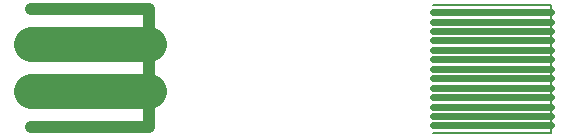
<source format=gbr>
%TF.GenerationSoftware,KiCad,Pcbnew,8.0.7*%
%TF.CreationDate,2025-07-18T11:32:33+12:00*%
%TF.ProjectId,esf1,65736631-2e6b-4696-9361-645f70636258,rev?*%
%TF.SameCoordinates,Original*%
%TF.FileFunction,Copper,L2,Inr*%
%TF.FilePolarity,Positive*%
%FSLAX46Y46*%
G04 Gerber Fmt 4.6, Leading zero omitted, Abs format (unit mm)*
G04 Created by KiCad (PCBNEW 8.0.7) date 2025-07-18 11:32:33*
%MOMM*%
%LPD*%
G01*
G04 APERTURE LIST*
%TA.AperFunction,Conductor*%
%ADD10C,0.200000*%
%TD*%
%TA.AperFunction,Conductor*%
%ADD11C,0.600000*%
%TD*%
%TA.AperFunction,Conductor*%
%ADD12C,1.000000*%
%TD*%
%TA.AperFunction,Conductor*%
%ADD13C,3.000000*%
%TD*%
G04 APERTURE END LIST*
D10*
%TO.N,*%
X70647600Y-23200000D02*
X70647600Y-34000000D01*
X60647600Y-23200000D02*
X70647600Y-23200000D01*
X60647600Y-34000000D02*
X70647600Y-34000000D01*
D11*
X60647600Y-33400000D02*
X70647600Y-33400000D01*
X60647600Y-32600000D02*
X70647600Y-32600000D01*
X60647600Y-31800000D02*
X70647600Y-31800000D01*
X60647600Y-31000000D02*
X70647600Y-31000000D01*
X60647600Y-30200000D02*
X70647600Y-30200000D01*
X60647600Y-29400000D02*
X70647600Y-29400000D01*
X60647600Y-28600000D02*
X70647600Y-28600000D01*
X60647600Y-27800000D02*
X70647600Y-27800000D01*
X60647600Y-27000000D02*
X70647600Y-27000000D01*
X60647600Y-26200000D02*
X70647600Y-26200000D01*
X60647600Y-25400000D02*
X70647600Y-25400000D01*
X60647600Y-24600000D02*
X70647600Y-24600000D01*
X60647600Y-23800000D02*
X70647600Y-23800000D01*
D12*
X36647600Y-23500000D02*
X36647600Y-33500000D01*
X26647600Y-23500000D02*
X36647600Y-23500000D01*
X26647600Y-33500000D02*
X36647600Y-33500000D01*
D13*
X26647600Y-30500000D02*
X36647600Y-30500000D01*
X26647600Y-26500000D02*
X36647600Y-26500000D01*
%TD*%
M02*

</source>
